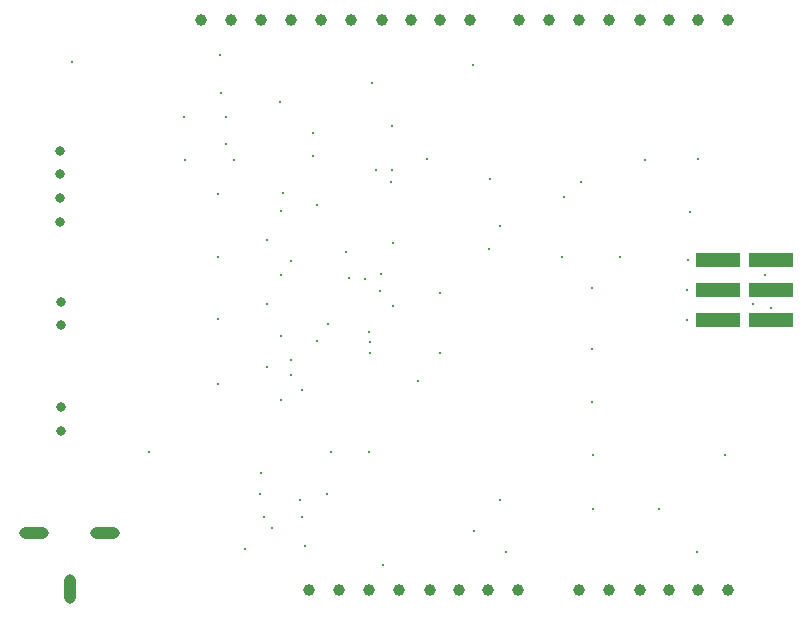
<source format=gbs>
G04 Layer_Color=16711935*
%FSLAX44Y44*%
%MOMM*%
G71*
G01*
G75*
%ADD10C,1.0000*%
%ADD24R,3.8100X1.2700*%
%ADD58C,0.8000*%
%ADD59O,2.5000X1.0000*%
%ADD60O,1.0000X2.5000*%
%ADD61C,0.3050*%
D10*
X635919Y26797D02*
D03*
X610519D02*
D03*
X585920D02*
D03*
X560919D02*
D03*
X535120D02*
D03*
X509720D02*
D03*
X331920D02*
D03*
X357320D02*
D03*
X383119D02*
D03*
X408120D02*
D03*
X432719D02*
D03*
X458120D02*
D03*
X306520D02*
D03*
X281120D02*
D03*
X509720Y509397D02*
D03*
X535120D02*
D03*
X560919D02*
D03*
X585920D02*
D03*
X610519D02*
D03*
X635919D02*
D03*
X484320D02*
D03*
X458920D02*
D03*
X189680Y509400D02*
D03*
X215080D02*
D03*
X240480D02*
D03*
X265880D02*
D03*
X417480D02*
D03*
X392080D02*
D03*
X367480D02*
D03*
X342480D02*
D03*
X316680D02*
D03*
X291280D02*
D03*
D24*
X671710Y306197D02*
D03*
Y280797D02*
D03*
Y255397D02*
D03*
X627260Y306197D02*
D03*
Y280797D02*
D03*
Y255397D02*
D03*
D58*
X70315Y359010D02*
D03*
Y339010D02*
D03*
Y379010D02*
D03*
Y399010D02*
D03*
X71345Y162099D02*
D03*
Y182099D02*
D03*
X71107Y251253D02*
D03*
Y271253D02*
D03*
D59*
X108204Y75501D02*
D03*
X48204D02*
D03*
D60*
X78204Y27501D02*
D03*
D61*
X381080Y392107D02*
D03*
X373152Y204082D02*
D03*
X343840Y47953D02*
D03*
X447498Y59012D02*
D03*
X565425Y391072D02*
D03*
X419655Y471780D02*
D03*
X206000Y479980D02*
D03*
X610439Y391787D02*
D03*
X256936Y347901D02*
D03*
X245750Y323217D02*
D03*
X656913Y269053D02*
D03*
X600686Y255397D02*
D03*
X600788Y280797D02*
D03*
X601597Y306197D02*
D03*
X256029Y439999D02*
D03*
X284370Y414340D02*
D03*
X350990Y419960D02*
D03*
X204000Y362000D02*
D03*
X204000Y309000D02*
D03*
Y256636D02*
D03*
Y201636D02*
D03*
X273601Y103405D02*
D03*
X421000Y77250D02*
D03*
X667385Y294146D02*
D03*
X392000Y278364D02*
D03*
Y227364D02*
D03*
X175971Y391000D02*
D03*
X284554Y394340D02*
D03*
X495039Y308950D02*
D03*
X544042Y309333D02*
D03*
X333960Y456000D02*
D03*
X315040Y291006D02*
D03*
X287960Y238186D02*
D03*
X249610Y79332D02*
D03*
X277670Y64398D02*
D03*
X331481Y144000D02*
D03*
X577145Y96040D02*
D03*
X671830Y266199D02*
D03*
X239512Y108660D02*
D03*
X296478Y108000D02*
D03*
X299537Y143883D02*
D03*
X265435Y221523D02*
D03*
X265593Y209371D02*
D03*
X245750Y216118D02*
D03*
X257099Y188000D02*
D03*
X257201Y242000D02*
D03*
X297156Y252000D02*
D03*
X245750Y268845D02*
D03*
X256936Y294000D02*
D03*
X265502Y306030D02*
D03*
X442579Y103348D02*
D03*
X332178Y236634D02*
D03*
X331890Y245105D02*
D03*
X352250Y320782D02*
D03*
Y267403D02*
D03*
X341533Y295000D02*
D03*
X332334Y227754D02*
D03*
X328000Y290380D02*
D03*
X340790Y280000D02*
D03*
X434526Y374750D02*
D03*
X633076Y141040D02*
D03*
X521214Y141041D02*
D03*
X211007Y427750D02*
D03*
X175136D02*
D03*
X338030Y382585D02*
D03*
X350989Y382593D02*
D03*
X520902Y186502D02*
D03*
X521214Y96040D02*
D03*
X609043Y59012D02*
D03*
X520902Y231503D02*
D03*
X80598Y474344D02*
D03*
X226533Y61430D02*
D03*
X275028Y196622D02*
D03*
X274918Y88750D02*
D03*
X210940Y404340D02*
D03*
X442915Y335056D02*
D03*
X520514Y282954D02*
D03*
X433143Y316143D02*
D03*
X496657Y359750D02*
D03*
X510821Y372450D02*
D03*
X217284Y390940D02*
D03*
X258803Y363000D02*
D03*
X603220Y346750D02*
D03*
X350200Y372229D02*
D03*
X287369Y353288D02*
D03*
X243080Y88580D02*
D03*
X206355Y447792D02*
D03*
X240595Y125933D02*
D03*
X145810Y144125D02*
D03*
X312373Y313083D02*
D03*
M02*

</source>
